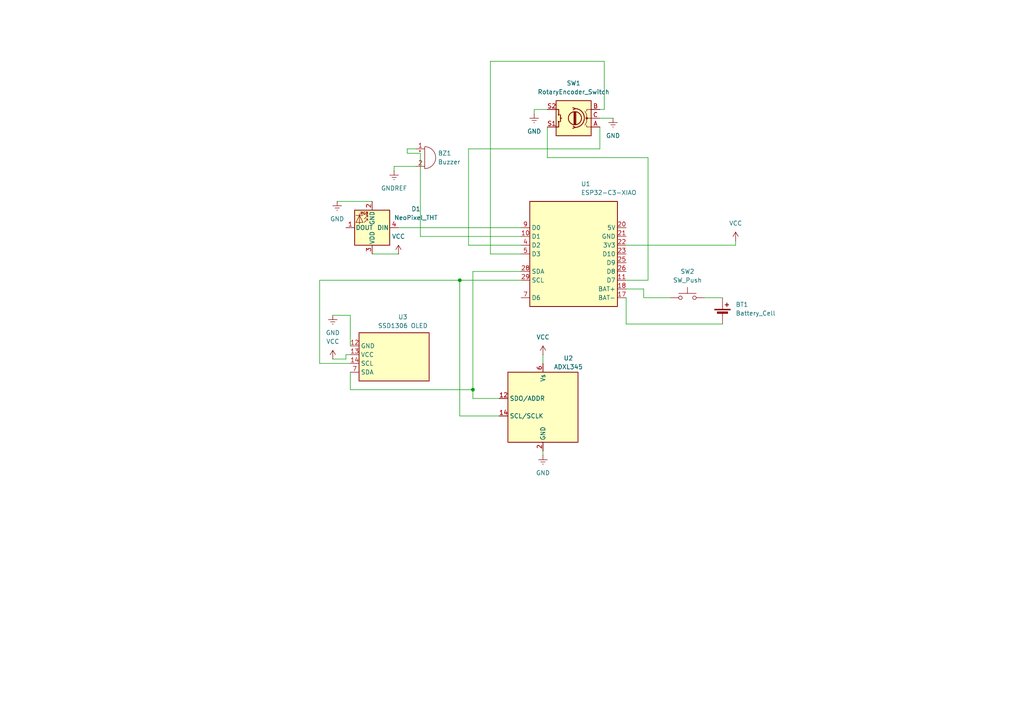
<source format=kicad_sch>
(kicad_sch (version 20250114) (generator "eeschema") (generator_version "9.0")
  (paper "A4")
  (lib_symbols
    (symbol "ADXL343_1"
      (property "Reference" "U3" (at 15.24 6.4202 0))
      (property "Value" "SSD1306 OLED" (at 15.24 3.8802 0))
      (symbol "ADXL343_1_0_1"
        (rectangle (start -10.16 6.35) (end 10.16 -7.62) (stroke (width 0.254)) (fill (type background)))
      )
      (symbol "ADXL343_1_1_1"
        (pin bidirectional line (at -12.7 2.54 0) (length 2.54) (name "GND") (number "12"))
        (pin bidirectional line (at -12.7 0 0) (length 2.54) (name "VCC") (number "13"))
        (pin input line (at -12.7 -2.54 0) (length 2.54) (name "SCL") (number "14"))
        (pin input line (at -12.7 -5.08 0) (length 2.54) (name "SDA") (number "7"))
        (pin no_connect line (at -5.08 -10.16 90) (length 2.54) (hide yes) (name "NC") (number "10"))
        (pin passive line (at 0 -10.16 90) (length 2.54) (hide yes) (name "GND") (number "4"))
        (pin passive line (at 0 -10.16 90) (length 2.54) (hide yes) (name "GND") (number "5"))
      )
    )
    (symbol "Device:Battery_Cell" (pin_numbers (hide yes)) (pin_names (offset 0) (hide yes))
      (property "Reference" "BT" (at 2.54 2.54 0))
      (property "Value" "Battery_Cell" (at 2.54 0 0))
      (symbol "Battery_Cell_0_1"
        (rectangle (start -2.286 1.778) (end 2.286 1.524) (fill (type outline)))
        (rectangle (start -1.524 1.016) (end 1.524 0.508) (fill (type outline)))
        (polyline (pts (xy 0 1.778) (xy 0 2.54)))
        (polyline (pts (xy 0 0.762) (xy 0 0)))
        (polyline (pts (xy 0.762 3.048) (xy 1.778 3.048)) (stroke (width 0.254)))
        (polyline (pts (xy 1.27 3.556) (xy 1.27 2.54)) (stroke (width 0.254)))
      )
      (symbol "Battery_Cell_1_1"
        (pin passive line (at 0 5.08 270) (length 2.54) (name "+") (number "1"))
        (pin passive line (at 0 -2.54 90) (length 2.54) (name "-") (number "2"))
      )
    )
    (symbol "Device:Buzzer" (pin_names (offset 0.0254) (hide yes))
      (property "Reference" "BZ" (at 3.81 1.27 0))
      (property "Value" "Buzzer" (at 3.81 -1.27 0))
      (symbol "Buzzer_0_1"
        (polyline (pts (xy -1.651 1.905) (xy -1.143 1.905)))
        (polyline (pts (xy -1.397 2.159) (xy -1.397 1.651)))
        (arc (start 0 3.175) (mid 3.1612 0) (end 0 -3.175))
        (polyline (pts (xy 0 3.175) (xy 0 -3.175)))
      )
      (symbol "Buzzer_1_1"
        (pin passive line (at -2.54 2.54 0) (length 2.54) (name "+") (number "1"))
        (pin passive line (at -2.54 -2.54 0) (length 2.54) (name "-") (number "2"))
      )
    )
    (symbol "Device:RotaryEncoder_Switch" (pin_names (offset 0.254) (hide yes))
      (property "Reference" "SW" (at 0 6.604 0))
      (property "Value" "RotaryEncoder_Switch" (at 0 -6.604 0))
      (symbol "RotaryEncoder_Switch_0_1"
        (rectangle (start -5.08 5.08) (end 5.08 -5.08) (stroke (width 0.254)) (fill (type background)))
        (polyline (pts (xy -5.08 2.54) (xy -3.81 2.54) (xy -3.81 2.032)))
        (polyline (pts (xy -5.08 0) (xy -3.81 0) (xy -3.81 -1.016) (xy -3.302 -2.032)))
        (polyline (pts (xy -5.08 -2.54) (xy -3.81 -2.54) (xy -3.81 -2.032)))
        (polyline (pts (xy -4.318 0) (xy -3.81 0) (xy -3.81 1.016) (xy -3.302 2.032)))
        (circle (center -3.81 0) (radius 0.254) (fill (type outline)))
        (polyline (pts (xy -0.635 -1.778) (xy -0.635 1.778)) (stroke (width 0.254)))
        (circle (center -0.381 0) (radius 1.905) (stroke (width 0.254)))
        (polyline (pts (xy -0.381 -1.778) (xy -0.381 1.778)) (stroke (width 0.254)))
        (arc (start -0.381 -2.794) (mid -3.0988 -0.0635) (end -0.381 2.667) (stroke (width 0.254)))
        (polyline (pts (xy -0.127 1.778) (xy -0.127 -1.778)) (stroke (width 0.254)))
        (polyline (pts (xy 0.254 2.921) (xy -0.508 2.667) (xy 0.127 2.286)) (stroke (width 0.254)))
        (polyline (pts (xy 0.254 -3.048) (xy -0.508 -2.794) (xy 0.127 -2.413)) (stroke (width 0.254)))
        (polyline (pts (xy 3.81 1.016) (xy 3.81 -1.016)) (stroke (width 0.254)))
        (polyline (pts (xy 3.81 0) (xy 3.429 0)) (stroke (width 0.254)))
        (circle (center 4.318 1.016) (radius 0.127) (stroke (width 0.254)))
        (circle (center 4.318 -1.016) (radius 0.127) (stroke (width 0.254)))
        (polyline (pts (xy 5.08 2.54) (xy 4.318 2.54) (xy 4.318 1.016)) (stroke (width 0.254)))
        (polyline (pts (xy 5.08 -2.54) (xy 4.318 -2.54) (xy 4.318 -1.016)) (stroke (width 0.254)))
      )
      (symbol "RotaryEncoder_Switch_1_1"
        (pin passive line (at -7.62 2.54 0) (length 2.54) (name "A") (number "A"))
        (pin passive line (at -7.62 0 0) (length 2.54) (name "C") (number "C"))
        (pin passive line (at -7.62 -2.54 0) (length 2.54) (name "B") (number "B"))
        (pin passive line (at 7.62 2.54 180) (length 2.54) (name "S1") (number "S1"))
        (pin passive line (at 7.62 -2.54 180) (length 2.54) (name "S2") (number "S2"))
      )
    )
    (symbol "LED:NeoPixel_THT" (pin_names (offset 0.254))
      (property "Reference" "D" (at 5.08 5.715 0))
      (property "Value" "NeoPixel_THT" (at 1.27 -5.715 0))
      (symbol "NeoPixel_THT_0_0"
        (text "RGB" (at 2.286 -4.191 0) (effects (font (size 0.762 0.762))))
      )
      (symbol "NeoPixel_THT_0_1"
        (polyline (pts (xy 1.27 -2.54) (xy 1.778 -2.54)))
        (polyline (pts (xy 1.27 -3.556) (xy 1.778 -3.556)))
        (polyline (pts (xy 2.286 -1.524) (xy 1.27 -2.54) (xy 1.27 -2.032)))
        (polyline (pts (xy 2.286 -2.54) (xy 1.27 -3.556) (xy 1.27 -3.048)))
        (polyline (pts (xy 3.683 -1.016) (xy 3.683 -3.556) (xy 3.683 -4.064)))
        (polyline (pts (xy 4.699 -1.524) (xy 2.667 -1.524) (xy 3.683 -3.556) (xy 4.699 -1.524)))
        (polyline (pts (xy 4.699 -3.556) (xy 2.667 -3.556)))
        (rectangle (start 5.08 5.08) (end -5.08 -5.08) (stroke (width 0.254)) (fill (type background)))
      )
      (symbol "NeoPixel_THT_1_1"
        (pin input line (at -7.62 0 0) (length 2.54) (name "DIN") (number "4"))
        (pin power_in line (at 0 7.62 270) (length 2.54) (name "VDD") (number "3"))
        (pin power_in line (at 0 -7.62 90) (length 2.54) (name "GND") (number "2"))
        (pin output line (at 7.62 0 180) (length 2.54) (name "DOUT") (number "1"))
      )
    )
    (symbol "RF_Module:ESP32-C3-DevKitM-1"
      (property "Reference" "U1" (at 2.1433 20.32 0))
      (property "Value" "ESP32-C3-XIAO" (at 2.1433 17.78 0))
      (symbol "ESP32-C3-DevKitM-1_1_1"
        (rectangle (start -12.7 15.24) (end 12.7 -15.24) (stroke (width 0.254)) (fill (type background)))
        (pin bidirectional line (at -15.24 7.62 0) (length 2.54) (name "D0") (number "9"))
        (pin bidirectional line (at -15.24 5.08 0) (length 2.54) (name "D1") (number "10"))
        (pin bidirectional line (at -15.24 2.54 0) (length 2.54) (name "D2") (number "4"))
        (pin bidirectional line (at -15.24 0 0) (length 2.54) (name "D3") (number "5"))
        (pin bidirectional line (at -15.24 -5.08 0) (length 2.54) (name "SDA") (number "28"))
        (pin bidirectional line (at -15.24 -7.62 0) (length 2.54) (name "SCL") (number "29"))
        (pin input line (at -15.24 -12.7 0) (length 2.54) (name "D6") (number "7"))
        (pin passive line (at 0 17.78 270) (length 2.54) (hide yes) (name "5V") (number "14"))
        (pin passive line (at 0 -17.78 90) (length 2.54) (hide yes) (name "GND") (number "12"))
        (pin passive line (at 0 -17.78 90) (length 2.54) (hide yes) (name "GND") (number "15"))
        (pin passive line (at 0 -17.78 90) (length 2.54) (hide yes) (name "GND") (number "16"))
        (pin passive line (at 0 -17.78 90) (length 2.54) (hide yes) (name "GND") (number "19"))
        (pin passive line (at 0 -17.78 90) (length 2.54) (hide yes) (name "GND") (number "24"))
        (pin passive line (at 0 -17.78 90) (length 2.54) (hide yes) (name "GND") (number "27"))
        (pin passive line (at 0 -17.78 90) (length 2.54) (hide yes) (name "GND") (number "30"))
        (pin passive line (at 0 -17.78 90) (length 2.54) (hide yes) (name "GND") (number "6"))
        (pin passive line (at 0 -17.78 90) (length 2.54) (hide yes) (name "GND") (number "8"))
        (pin passive line (at 15.24 12.7 180) (length 2.54) (hide yes) (name "3V3") (number "3"))
        (pin bidirectional line (at 15.24 7.62 180) (length 2.54) (name "5V") (number "20"))
        (pin bidirectional line (at 15.24 5.08 180) (length 2.54) (name "GND") (number "21"))
        (pin bidirectional line (at 15.24 2.54 180) (length 2.54) (name "3V3") (number "22"))
        (pin bidirectional line (at 15.24 0 180) (length 2.54) (name "D10") (number "23"))
        (pin bidirectional line (at 15.24 -2.54 180) (length 2.54) (name "D9") (number "25"))
        (pin bidirectional line (at 15.24 -5.08 180) (length 2.54) (name "D8") (number "26"))
        (pin bidirectional line (at 15.24 -7.62 180) (length 2.54) (name "D7") (number "11"))
        (pin bidirectional line (at 15.24 -10.16 180) (length 2.54) (name "BAT+") (number "18"))
        (pin bidirectional line (at 15.24 -12.7 180) (length 2.54) (name "BAT-") (number "17"))
      )
    )
    (symbol "Sensor_Motion:ADXL343"
      (property "Reference" "U2" (at 15.24 6.4202 0))
      (property "Value" "ADXL345" (at 15.24 3.8802 0))
      (symbol "ADXL343_0_1"
        (rectangle (start -10.16 10.16) (end 10.16 -10.16) (stroke (width 0.254)) (fill (type background)))
      )
      (symbol "ADXL343_1_1"
        (pin bidirectional line (at -12.7 2.54 0) (length 2.54) (name "SDO/ADDR") (number "12"))
        (pin input line (at -12.7 -2.54 0) (length 2.54) (name "SCL/SCLK") (number "14"))
        (pin no_connect line (at -5.08 -10.16 90) (length 2.54) (hide yes) (name "NC") (number "10"))
        (pin power_in line (at 0 12.7 270) (length 2.54) (name "Vs") (number "6"))
        (pin power_in line (at 0 -12.7 90) (length 2.54) (name "GND") (number "2"))
        (pin passive line (at 0 -12.7 90) (length 2.54) (hide yes) (name "GND") (number "4"))
        (pin passive line (at 0 -12.7 90) (length 2.54) (hide yes) (name "GND") (number "5"))
      )
    )
    (symbol "Switch:SW_Push" (pin_numbers (hide yes)) (pin_names (offset 1.016) (hide yes))
      (property "Reference" "SW" (at 1.27 2.54 0))
      (property "Value" "SW_Push" (at 0 -1.524 0))
      (symbol "SW_Push_0_1"
        (circle (center -2.032 0) (radius 0.508))
        (polyline (pts (xy 0 1.27) (xy 0 3.048)))
        (circle (center 2.032 0) (radius 0.508))
        (polyline (pts (xy 2.54 1.27) (xy -2.54 1.27)))
        (pin passive line (at -5.08 0 0) (length 2.54) (name "1") (number "1"))
        (pin passive line (at 5.08 0 180) (length 2.54) (name "2") (number "2"))
      )
    )
    (symbol "power:GNDREF" (power) (pin_numbers (hide yes)) (pin_names (offset 0) (hide yes))
      (property "Value" "GNDREF" (at 0 -3.81 0))
      (symbol "GNDREF_0_1"
        (polyline (pts (xy -0.635 -1.905) (xy 0.635 -1.905)))
        (polyline (pts (xy -0.127 -2.54) (xy 0.127 -2.54)))
        (polyline (pts (xy 0 -1.27) (xy 0 0)))
        (polyline (pts (xy 1.27 -1.27) (xy -1.27 -1.27)))
      )
      (symbol "GNDREF_1_1"
        (pin power_in line (at 0 0 270) (length 0) (name "~") (number "1"))
      )
    )
    (symbol "power:VCC" (power) (pin_numbers (hide yes)) (pin_names (offset 0) (hide yes))
      (property "Value" "VCC" (at 0 3.556 0))
      (symbol "VCC_0_1"
        (polyline (pts (xy -0.762 1.27) (xy 0 2.54)))
        (polyline (pts (xy 0 2.54) (xy 0.762 1.27)))
        (polyline (pts (xy 0 0) (xy 0 2.54)))
      )
      (symbol "VCC_1_1"
        (pin power_in line (at 0 0 90) (length 0) (name "~") (number "1"))
      )
    )
  )
  (junction (at 137.16 113.03))
  (junction (at 133.35 81.28))
  (wire (pts (xy 92.71 81.28) (xy 133.35 81.28)))
  (wire (pts (xy 118.11 44.45) (xy 118.11 43.18)))
  (wire (pts (xy 137.16 115.57) (xy 137.16 113.03)))
  (wire (pts (xy 181.61 71.12) (xy 213.36 71.12)))
  (wire (pts (xy 100.33 102.87) (xy 101.6 102.87)))
  (wire (pts (xy 142.24 17.78) (xy 142.24 73.66)))
  (wire (pts (xy 114.3 48.26) (xy 114.3 49.53)))
  (wire (pts (xy 144.78 120.65) (xy 133.35 120.65)))
  (wire (pts (xy 173.99 34.29) (xy 177.8 34.29)))
  (wire (pts (xy 137.16 78.74) (xy 151.13 78.74)))
  (wire (pts (xy 187.96 45.72) (xy 187.96 81.28)))
  (wire (pts (xy 96.52 91.44) (xy 101.6 91.44)))
  (wire (pts (xy 173.99 43.18) (xy 135.89 43.18)))
  (wire (pts (xy 173.99 36.83) (xy 173.99 43.18)))
  (wire (pts (xy 120.65 48.26) (xy 114.3 48.26)))
  (wire (pts (xy 204.47 86.36) (xy 209.55 86.36)))
  (wire (pts (xy 173.99 31.75) (xy 175.26 31.75)))
  (wire (pts (xy 186.69 83.82) (xy 181.61 83.82)))
  (wire (pts (xy 115.57 66.04) (xy 151.13 66.04)))
  (wire (pts (xy 121.92 68.58) (xy 151.13 68.58)))
  (wire (pts (xy 194.31 86.36) (xy 186.69 86.36)))
  (wire (pts (xy 137.16 113.03) (xy 137.16 78.74)))
  (wire (pts (xy 154.94 31.75) (xy 154.94 33.02)))
  (wire (pts (xy 175.26 31.75) (xy 175.26 17.78)))
  (wire (pts (xy 175.26 17.78) (xy 142.24 17.78)))
  (wire (pts (xy 133.35 81.28) (xy 151.13 81.28)))
  (wire (pts (xy 133.35 120.65) (xy 133.35 81.28)))
  (wire (pts (xy 101.6 105.41) (xy 92.71 105.41)))
  (wire (pts (xy 157.48 102.87) (xy 157.48 105.41)))
  (wire (pts (xy 101.6 91.44) (xy 101.6 100.33)))
  (wire (pts (xy 209.55 93.98) (xy 181.61 93.98)))
  (wire (pts (xy 135.89 43.18) (xy 135.89 71.12)))
  (wire (pts (xy 121.92 44.45) (xy 118.11 44.45)))
  (wire (pts (xy 213.36 71.12) (xy 213.36 69.85)))
  (wire (pts (xy 92.71 105.41) (xy 92.71 81.28)))
  (wire (pts (xy 187.96 45.72) (xy 158.75 45.72)))
  (wire (pts (xy 100.33 104.14) (xy 96.52 104.14)))
  (wire (pts (xy 181.61 86.36) (xy 181.61 93.98)))
  (wire (pts (xy 144.78 115.57) (xy 137.16 115.57)))
  (wire (pts (xy 158.75 31.75) (xy 154.94 31.75)))
  (wire (pts (xy 135.89 71.12) (xy 151.13 71.12)))
  (wire (pts (xy 158.75 45.72) (xy 158.75 36.83)))
  (wire (pts (xy 118.11 43.18) (xy 120.65 43.18)))
  (wire (pts (xy 101.6 107.95) (xy 101.6 113.03)))
  (wire (pts (xy 157.48 130.81) (xy 157.48 132.08)))
  (wire (pts (xy 142.24 73.66) (xy 151.13 73.66)))
  (wire (pts (xy 100.33 102.87) (xy 100.33 104.14)))
  (wire (pts (xy 107.95 73.66) (xy 115.57 73.66)))
  (wire (pts (xy 97.79 58.42) (xy 107.95 58.42)))
  (wire (pts (xy 121.92 68.58) (xy 121.92 44.45)))
  (wire (pts (xy 186.69 86.36) (xy 186.69 83.82)))
  (wire (pts (xy 101.6 113.03) (xy 137.16 113.03)))
  (wire (pts (xy 187.96 81.28) (xy 181.61 81.28)))
  (symbol (lib_id "Device:Buzzer") (at 123.19 45.72 0) (unit 1)
    (property "Reference" "BZ1" (at 127 44.4499 0) (effects (justify left)))
    (property "Value" "Buzzer" (at 127 46.9899 0) (effects (justify left)))
    (property "Description" "Buzzer, polarized" (effects (hide yes)))
  )
  (symbol (lib_id "power:VCC") (at 213.36 69.85 0) (unit 1)
    (property "Reference" "#PWR03" (effects (hide yes)))
    (property "Value" "VCC" (at 213.36 64.77 0))
    (property "Description" "Power symbol creates a global label with name \"VCC\"" (effects (hide yes)))
  )
  (symbol (lib_id "Device:RotaryEncoder_Switch") (at 166.37 34.29 180) (unit 1)
    (property "Reference" "SW1" (at 166.37 24.13 0))
    (property "Value" "RotaryEncoder_Switch" (at 166.37 26.67 0))
    (property "Description" "Rotary encoder, dual channel, incremental quadrate outputs, with switch" (effects (hide yes)))
  )
  (symbol (lib_id "power:GNDREF") (at 96.52 91.44 0) (unit 1)
    (property "Reference" "#PWR09" (effects (hide yes)))
    (property "Value" "GND" (at 96.52 96.52 0))
    (property "Description" "Power symbol creates a global label with name \"GNDREF\" , reference supply ground" (effects (hide yes)))
  )
  (symbol (lib_id "power:GNDREF") (at 157.48 132.08 0) (unit 1)
    (property "Reference" "#PWR08" (effects (hide yes)))
    (property "Value" "GND" (at 157.48 137.16 0))
    (property "Description" "Power symbol creates a global label with name \"GNDREF\" , reference supply ground" (effects (hide yes)))
  )
  (symbol (lib_id "Device:Battery_Cell") (at 209.55 91.44 0) (unit 1)
    (property "Reference" "BT1" (at 213.36 88.3284 0) (effects (justify left)))
    (property "Value" "Battery_Cell" (at 213.36 90.8684 0) (effects (justify left)))
    (property "Description" "Single-cell battery" (effects (hide yes)))
  )
  (symbol (lib_id "Switch:SW_Push") (at 199.39 86.36 0) (unit 1)
    (property "Reference" "SW2" (at 199.39 78.74 0))
    (property "Value" "SW_Push" (at 199.39 81.28 0))
    (property "Description" "Push button switch, generic, two pins" (effects (hide yes)))
  )
  (symbol (lib_id "LED:NeoPixel_THT") (at 107.95 66.04 180) (unit 1)
    (property "Reference" "D1" (at 120.65 60.5946 0))
    (property "Value" "NeoPixel_THT" (at 120.65 63.1346 0))
    (property "Datasheet" "https://www.adafruit.com/product/1938" (effects (hide yes)))
    (property "Description" "RGB LED with integrated controller, 5mm/8mm LED package" (effects (hide yes)))
  )
  (symbol (lib_id "power:VCC") (at 157.48 102.87 0) (unit 1)
    (property "Reference" "#PWR05" (effects (hide yes)))
    (property "Value" "VCC" (at 157.48 97.79 0))
    (property "Description" "Power symbol creates a global label with name \"VCC\"" (effects (hide yes)))
  )
  (symbol (lib_id "power:GNDREF") (at 114.3 49.53 0) (unit 1)
    (property "Reference" "#PWR010" (effects (hide yes)))
    (property "Value" "GNDREF" (at 114.3 54.61 0))
    (property "Description" "Power symbol creates a global label with name \"GNDREF\" , reference supply ground" (effects (hide yes)))
  )
  (symbol (lib_id "power:VCC") (at 115.57 73.66 0) (unit 1)
    (property "Reference" "#PWR04" (effects (hide yes)))
    (property "Value" "VCC" (at 115.57 68.58 0))
    (property "Description" "Power symbol creates a global label with name \"VCC\"" (effects (hide yes)))
  )
  (symbol (lib_id "power:VCC") (at 96.52 104.14 0) (unit 1)
    (property "Reference" "#PWR06" (effects (hide yes)))
    (property "Value" "VCC" (at 96.52 99.06 0))
    (property "Description" "Power symbol creates a global label with name \"VCC\"" (effects (hide yes)))
  )
  (symbol (lib_id "power:GNDREF") (at 154.94 33.02 0) (unit 1)
    (property "Reference" "#PWR02" (effects (hide yes)))
    (property "Value" "GND" (at 154.94 38.1 0))
    (property "Description" "Power symbol creates a global label with name \"GNDREF\" , reference supply ground" (effects (hide yes)))
  )
  (symbol (lib_id "RF_Module:ESP32-C3-DevKitM-1") (at 166.37 73.66 0) (unit 1)
    (property "Reference" "U1" (at 168.5133 53.34 0) (effects (justify left)))
    (property "Value" "ESP32-C3-XIAO" (at 168.5133 55.88 0) (effects (justify left)))
    (property "Footprint" "RF_Module:ESP32-C3-DevKitM-1" (effects (hide yes)))
    (property "Datasheet" "https://docs.espressif.com/projects/esp-idf/en/latest/esp32c3/hw-reference/esp32c3/user-guide-devkitm-1.html" (effects (hide yes)))
    (property "Description" "Development board featuring ESP32-C3-MINI-1 module" (effects (hide yes)))
  )
  (symbol (lib_name "ADXL343_1") (lib_id "Sensor_Motion:ADXL343") (at 114.3 102.87 0) (unit 1)
    (property "Reference" "U3" (at 116.84 91.948 0))
    (property "Value" "SSD1306 OLED" (at 116.84 94.488 0))
    (property "Footprint" "Package_LGA:LGA-14_3x5mm_P0.8mm_LayoutBorder1x6y" (effects (hide yes)))
    (property "Datasheet" "https://www.analog.com/media/en/technical-documentation/data-sheets/ADXL343.pdf" (effects (hide yes)))
    (property "Description" "3-Axis MEMS Accelerometer, 2/4/8/16g range, I2C/SPI, LGA-14" (effects (hide yes)))
  )
  (symbol (lib_id "Sensor_Motion:ADXL343") (at 157.48 118.11 0) (unit 1)
    (property "Reference" "U2" (at 164.846 103.886 0))
    (property "Value" "ADXL345" (at 164.846 106.426 0))
    (property "Footprint" "Package_LGA:LGA-14_3x5mm_P0.8mm_LayoutBorder1x6y" (effects (hide yes)))
    (property "Datasheet" "https://www.analog.com/media/en/technical-documentation/data-sheets/ADXL343.pdf" (effects (hide yes)))
    (property "Description" "3-Axis MEMS Accelerometer, 2/4/8/16g range, I2C/SPI, LGA-14" (effects (hide yes)))
  )
  (symbol (lib_id "power:GNDREF") (at 177.8 34.29 0) (unit 1)
    (property "Reference" "#PWR01" (effects (hide yes)))
    (property "Value" "GND" (at 177.8 39.37 0))
    (property "Description" "Power symbol creates a global label with name \"GNDREF\" , reference supply ground" (effects (hide yes)))
  )
  (symbol (lib_id "power:GNDREF") (at 97.79 58.42 0) (unit 1)
    (property "Reference" "#PWR07" (effects (hide yes)))
    (property "Value" "GND" (at 97.79 63.5 0))
    (property "Description" "Power symbol creates a global label with name \"GNDREF\" , reference supply ground" (effects (hide yes)))
  )
)
</source>
